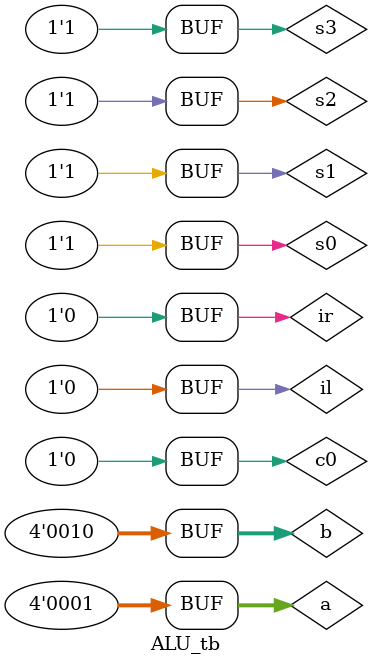
<source format=v>

`timescale 1ns/100ps
`include "ALU.v"

module ALU_tb;

reg [3:0]a,b;
reg s0, s1, s2, s3, c0, il, ir;
wire [3:0]f;
wire c8;

ALU obj(a,b,s0,s1,s2,s3,c0,il,ir,f,c8);

initial begin
	il = 0;
	ir = 0;
	a = 1;
	b = 2;
end

always begin
	#10 a = 3;
	#10 a = 5;
	#10 a = 7;
	#10 a = 9;
	#10 a = 1;
end

always begin
	#10 b = 4;
	#10 b = 6;
	#10 b = 8;
	#10 b = 10;
	#10 b = 2;
end

initial begin
	s3 = 0; // AU movement

	#400 s3 = 0; // LU movement

	#250 s3 = 1; // LSL movement

	#50 s3 = 1; // LSR movement
end

initial begin
	s2 = 0; // AU movement

	#400 s2 = 1; // LU movement

	#250 s2 = 0; // LSL movement

	#50 s2 = 1; // LSR movement
end

initial begin
	s1 = 0;
	#50 s1 = 0;
	#50 s1 = 0;
	#50 s1 = 0;
	#50 s1 = 1;
	#50 s1 = 1;
	#50 s1 = 1;
	#50 s1 = 1; // AU movement

	#50 s1 = 0;
	#50 s1 = 0; 
	#50 s1 = 1; 
	#50 s1 = 1; // LU movement
end

initial begin
	s0 = 0;
	#50 s0 = 0;
	#50 s0 = 1;
	#50 s0 = 1;
	#50 s0 = 0;
	#50 s0 = 0;
	#50 s0 = 1;
	#50 s0 = 1; // AU movement

	#50 s0 = 0;
	#50 s0 = 1; 
	#50 s0 = 0;
	#50 s0 = 1; // LU movement
end
initial begin
	c0 = 0;
	#50 c0 = 1;
	#50 c0 = 0;
	#50 c0 = 1;
	#50 c0 = 0;
	#50 c0 = 1;
	#50 c0 = 0;
	#50 c0 = 1; // AU movement

	#50 c0 = 0; // LU movement
end

endmodule

</source>
